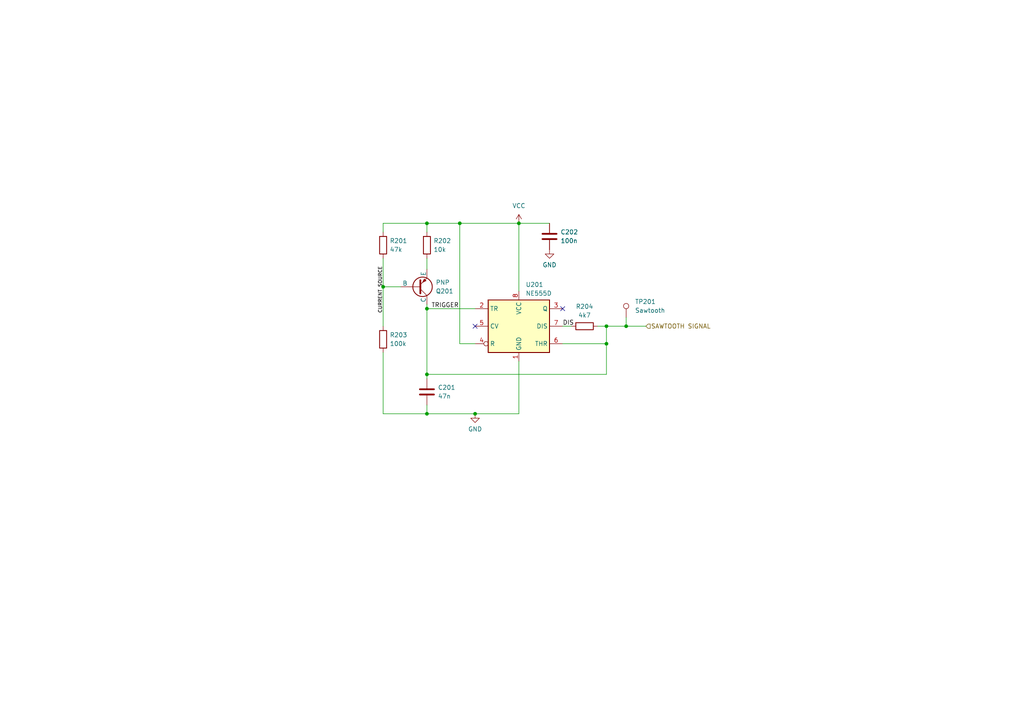
<source format=kicad_sch>
(kicad_sch (version 20230121) (generator eeschema)
  (paper "A4")
  (lib_symbols
    (symbol "Connector:TestPoint" (pin_numbers hide) (pin_names (offset 0.762) hide)
      (property "Reference" "TP" (at 0 6.858 0))
      (property "Value" "TestPoint" (at 0 5.08 0))
      (symbol "TestPoint_0_1"
        (circle (center 0 3.302) (radius 0.762))
      )
      (symbol "TestPoint_1_1"
        (pin passive line (at 0 0 90) (length 2.54) (name "1") (number "1"))
      )
    )
    (symbol "Device:C" (pin_numbers hide) (pin_names (offset 0.254))
      (property "Reference" "C" (at 0.635 2.54 0))
      (property "Value" "C" (at 0.635 -2.54 0))
      (symbol "C_0_1"
        (polyline (pts (xy -2.032 -0.762) (xy 2.032 -0.762)) (stroke (width 0.508)))
        (polyline (pts (xy -2.032 0.762) (xy 2.032 0.762)) (stroke (width 0.508)))
      )
      (symbol "C_1_1"
        (pin passive line (at 0 3.81 270) (length 2.794) (name "~") (number "1"))
        (pin passive line (at 0 -3.81 90) (length 2.794) (name "~") (number "2"))
      )
    )
    (symbol "Device:R" (pin_numbers hide) (pin_names (offset 0))
      (property "Reference" "R" (at 2.032 0 90))
      (property "Value" "R" (at 0 0 90))
      (symbol "R_0_1"
        (rectangle (start -1.016 -2.54) (end 1.016 2.54) (stroke (width 0.254)))
      )
      (symbol "R_1_1"
        (pin passive line (at 0 3.81 270) (length 1.27) (name "~") (number "1"))
        (pin passive line (at 0 -3.81 90) (length 1.27) (name "~") (number "2"))
      )
    )
    (symbol "Simulation_SPICE:PNP" (pin_numbers hide) (pin_names (offset 0))
      (property "Reference" "Q" (at -2.54 7.62 0))
      (property "Value" "PNP" (at -2.54 5.08 0))
      (symbol "PNP_0_1"
        (polyline (pts (xy -2.54 0) (xy 0.635 0)) (stroke (width 0.1524)))
        (polyline (pts (xy 0.635 0.635) (xy 2.54 2.54)))
        (polyline (pts (xy 0.635 -0.635) (xy 2.54 -2.54) (xy 2.54 -2.54)))
        (polyline (pts (xy 0.635 1.905) (xy 0.635 -1.905) (xy 0.635 -1.905)) (stroke (width 0.508)))
        (polyline (pts (xy 2.286 -1.778) (xy 1.778 -2.286) (xy 1.27 -1.27) (xy 2.286 -1.778) (xy 2.286 -1.778)) (fill (type outline)))
        (circle (center 1.27 0) (radius 2.8194) (stroke (width 0.254)))
      )
      (symbol "PNP_1_1"
        (pin open_collector line (at 2.54 5.08 270) (length 2.54) (name "C") (number "1"))
        (pin input line (at -5.08 0 0) (length 2.54) (name "B") (number "2"))
        (pin open_emitter line (at 2.54 -5.08 90) (length 2.54) (name "E") (number "3"))
      )
    )
    (symbol "Timer:NE555D"
      (property "Reference" "U" (at -10.16 8.89 0))
      (property "Value" "NE555D" (at 2.54 8.89 0))
      (symbol "NE555D_0_0"
        (pin power_in line (at 0 -10.16 90) (length 2.54) (name "GND") (number "1"))
        (pin power_in line (at 0 10.16 270) (length 2.54) (name "VCC") (number "8"))
      )
      (symbol "NE555D_0_1"
        (rectangle (start -8.89 -7.62) (end 8.89 7.62) (stroke (width 0.254)) (fill (type background)))
        (rectangle (start -8.89 -7.62) (end 8.89 7.62) (stroke (width 0.254)) (fill (type background)))
      )
      (symbol "NE555D_1_1"
        (pin input line (at -12.7 5.08 0) (length 3.81) (name "TR") (number "2"))
        (pin output line (at 12.7 5.08 180) (length 3.81) (name "Q") (number "3"))
        (pin input inverted (at -12.7 -5.08 0) (length 3.81) (name "R") (number "4"))
        (pin input line (at -12.7 0 0) (length 3.81) (name "CV") (number "5"))
        (pin input line (at 12.7 -5.08 180) (length 3.81) (name "THR") (number "6"))
        (pin input line (at 12.7 0 180) (length 3.81) (name "DIS") (number "7"))
      )
    )
    (symbol "power:GND" (power) (pin_names (offset 0))
      (property "Value" "GND" (at 0 -3.81 0))
      (symbol "GND_0_1"
        (polyline (pts (xy 0 0) (xy 0 -1.27) (xy 1.27 -1.27) (xy 0 -2.54) (xy -1.27 -1.27) (xy 0 -1.27)))
      )
      (symbol "GND_1_1"
        (pin power_in line (at 0 0 270) (length 0) hide (name "GND") (number "1"))
      )
    )
    (symbol "power:VCC" (power) (pin_names (offset 0))
      (property "Value" "VCC" (at 0 3.81 0))
      (symbol "VCC_0_1"
        (polyline (pts (xy -0.762 1.27) (xy 0 2.54)))
        (polyline (pts (xy 0 0) (xy 0 2.54)))
        (polyline (pts (xy 0 2.54) (xy 0.762 1.27)))
      )
      (symbol "VCC_1_1"
        (pin power_in line (at 0 0 90) (length 0) hide (name "VCC") (number "1"))
      )
    )
  )
  (junction (at 175.895 94.615))
  (junction (at 123.825 120.015))
  (junction (at 123.825 89.535))
  (junction (at 175.895 99.695))
  (junction (at 123.825 108.585))
  (junction (at 137.795 120.015))
  (junction (at 181.61 94.615))
  (junction (at 133.35 64.77))
  (junction (at 150.495 64.77))
  (junction (at 123.825 64.77))
  (junction (at 111.125 83.185))
  (no_connect (at 137.795 94.615))
  (no_connect (at 163.195 89.535))
  (wire (pts (xy 123.825 88.265) (xy 123.825 89.535)))
  (wire (pts (xy 123.825 64.77) (xy 133.35 64.77)))
  (wire (pts (xy 123.825 120.015) (xy 123.825 117.475)))
  (wire (pts (xy 111.125 102.235) (xy 111.125 120.015)))
  (wire (pts (xy 173.355 94.615) (xy 175.895 94.615)))
  (wire (pts (xy 137.795 120.015) (xy 123.825 120.015)))
  (wire (pts (xy 150.495 104.775) (xy 150.495 120.015)))
  (wire (pts (xy 150.495 64.77) (xy 159.385 64.77)))
  (wire (pts (xy 133.35 64.77) (xy 150.495 64.77)))
  (wire (pts (xy 111.125 83.185) (xy 111.125 94.615)))
  (wire (pts (xy 123.825 89.535) (xy 137.795 89.535)))
  (wire (pts (xy 175.895 108.585) (xy 123.825 108.585)))
  (wire (pts (xy 181.61 94.615) (xy 175.895 94.615)))
  (wire (pts (xy 123.825 108.585) (xy 123.825 89.535)))
  (wire (pts (xy 111.125 74.93) (xy 111.125 83.185)))
  (wire (pts (xy 150.495 64.77) (xy 150.495 84.455)))
  (wire (pts (xy 181.61 92.075) (xy 181.61 94.615)))
  (wire (pts (xy 175.895 94.615) (xy 175.895 99.695)))
  (wire (pts (xy 111.125 67.31) (xy 111.125 64.77)))
  (wire (pts (xy 175.895 99.695) (xy 175.895 108.585)))
  (wire (pts (xy 111.125 64.77) (xy 123.825 64.77)))
  (wire (pts (xy 165.735 94.615) (xy 163.195 94.615)))
  (wire (pts (xy 137.795 99.695) (xy 133.35 99.695)))
  (wire (pts (xy 123.825 78.105) (xy 123.825 74.93)))
  (wire (pts (xy 123.825 109.855) (xy 123.825 108.585)))
  (wire (pts (xy 163.195 99.695) (xy 175.895 99.695)))
  (wire (pts (xy 133.35 99.695) (xy 133.35 64.77)))
  (wire (pts (xy 150.495 120.015) (xy 137.795 120.015)))
  (wire (pts (xy 111.125 120.015) (xy 123.825 120.015)))
  (wire (pts (xy 111.125 83.185) (xy 116.205 83.185)))
  (wire (pts (xy 187.325 94.615) (xy 181.61 94.615)))
  (wire (pts (xy 123.825 67.31) (xy 123.825 64.77)))
  (label "TRIGGER" (at 125.095 89.535 0))
  (label "DIS" (at 163.195 94.615 0))
  (label "CURRENT SOURCE" (at 111.125 90.805 90) (effects (font (size 1 1))))
  (hierarchical_label "SAWTOOTH SIGNAL" (shape input) (at 187.325 94.615 0))
  (symbol (lib_id "Device:C") (at 123.825 113.665 0) (unit 1)
    (property "Reference" "C201" (at 127 112.395 0) (effects (justify left)))
    (property "Value" "47n" (at 127 114.935 0) (effects (justify left)))
  )
  (symbol (lib_id "Device:R") (at 111.125 71.12 0) (unit 1)
    (property "Reference" "R201" (at 113.03 69.85 0) (effects (justify left)))
    (property "Value" "47k" (at 113.03 72.39 0) (effects (justify left)))
    (property "Footprint" "Resistor_SMD:R_0805_2012Metric_Pad1.20x1.40mm_HandSolder" (effects hide))
  )
  (symbol (lib_id "power:GND") (at 159.385 72.39 0) (unit 1)
    (property "Reference" "#PWR05" (effects hide))
    (property "Value" "GND" (at 159.385 76.835 0))
  )
  (symbol (lib_id "Device:C") (at 159.385 68.58 0) (unit 1)
    (property "Reference" "C202" (at 162.56 67.31 0) (effects (justify left)))
    (property "Value" "100n" (at 162.56 69.85 0) (effects (justify left)))
  )
  (symbol (lib_id "Device:R") (at 169.545 94.615 90) (unit 1)
    (property "Reference" "R204" (at 169.545 88.9 90))
    (property "Value" "4k7" (at 169.545 91.44 90))
    (property "Footprint" "Resistor_SMD:R_0805_2012Metric_Pad1.20x1.40mm_HandSolder" (effects hide))
  )
  (symbol (lib_id "Connector:TestPoint") (at 181.61 92.075 0) (unit 1)
    (property "Reference" "TP201" (at 184.15 87.503 0) (effects (justify left)))
    (property "Value" "Sawtooth" (at 184.15 90.043 0) (effects (justify left)))
  )
  (symbol (lib_id "Device:R") (at 111.125 98.425 180) (unit 1)
    (property "Reference" "R203" (at 113.03 97.155 0) (effects (justify right)))
    (property "Value" "100k" (at 113.03 99.695 0) (effects (justify right)))
    (property "Footprint" "Resistor_SMD:R_0805_2012Metric_Pad1.20x1.40mm_HandSolder" (effects hide))
  )
  (symbol (lib_id "Timer:NE555D") (at 150.495 94.615 0) (unit 1)
    (property "Reference" "U201" (at 152.4509 82.55 0) (effects (justify left)))
    (property "Value" "NE555D" (at 152.4509 85.09 0) (effects (justify left)))
    (property "Footprint" "Package_SO:SOIC-8_3.9x4.9mm_P1.27mm" (effects hide))
    (property "Datasheet" "http://www.ti.com/lit/ds/symlink/ne555.pdf" (effects hide))
  )
  (symbol (lib_id "power:VCC") (at 150.495 64.77 0) (unit 1)
    (property "Reference" "#PWR03" (effects hide))
    (property "Value" "VCC" (at 150.495 59.69 0))
  )
  (symbol (lib_id "Device:R") (at 123.825 71.12 0) (unit 1)
    (property "Reference" "R202" (at 125.73 69.85 0) (effects (justify left)))
    (property "Value" "10k" (at 125.73 72.39 0) (effects (justify left)))
    (property "Footprint" "Resistor_SMD:R_0805_2012Metric_Pad1.20x1.40mm_HandSolder" (effects hide))
  )
  (symbol (lib_id "power:GND") (at 137.795 120.015 0) (unit 1)
    (property "Reference" "#PWR04" (effects hide))
    (property "Value" "GND" (at 137.795 124.46 0))
  )
  (symbol (lib_id "Simulation_SPICE:PNP") (at 121.285 83.185 0) (mirror x) (unit 1)
    (property "Reference" "Q201" (at 126.365 84.455 0) (effects (justify left)))
    (property "Value" "PNP" (at 126.365 81.915 0) (effects (justify left)))
    (property "Footprint" "Package_TO_SOT_SMD:SOT-23" (effects hide))
    (property "Sim.Device" "PNP" (effects hide))
    (property "Sim.Type" "GUMMELPOON" (effects hide))
    (property "Sim.Pins" "1=C 2=B 3=E" (effects hide))
  )
)
</source>
